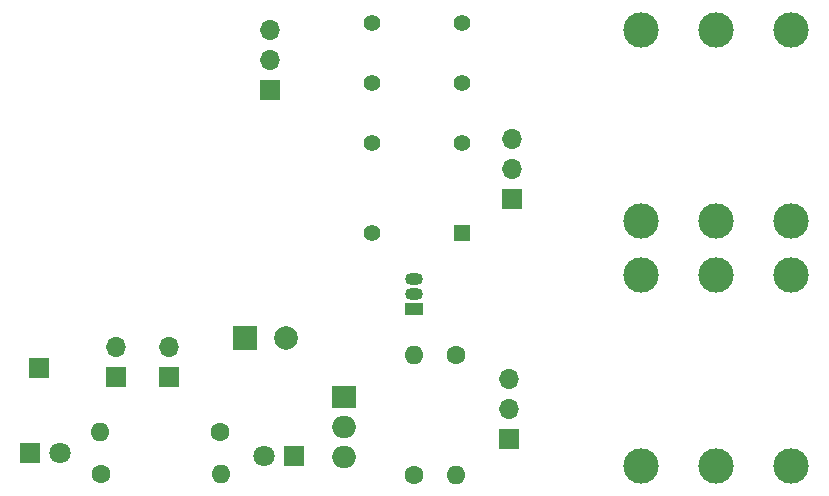
<source format=gbr>
%TF.GenerationSoftware,KiCad,Pcbnew,7.0.9*%
%TF.CreationDate,2023-12-28T12:30:11-05:00*%
%TF.ProjectId,IO,494f2e6b-6963-4616-945f-706362585858,rev?*%
%TF.SameCoordinates,Original*%
%TF.FileFunction,Soldermask,Top*%
%TF.FilePolarity,Negative*%
%FSLAX46Y46*%
G04 Gerber Fmt 4.6, Leading zero omitted, Abs format (unit mm)*
G04 Created by KiCad (PCBNEW 7.0.9) date 2023-12-28 12:30:11*
%MOMM*%
%LPD*%
G01*
G04 APERTURE LIST*
%ADD10C,3.000000*%
%ADD11C,1.600000*%
%ADD12O,1.600000X1.600000*%
%ADD13R,1.500000X1.050000*%
%ADD14O,1.500000X1.050000*%
%ADD15R,1.800000X1.800000*%
%ADD16C,1.800000*%
%ADD17R,1.700000X1.700000*%
%ADD18O,1.700000X1.700000*%
%ADD19R,1.400000X1.400000*%
%ADD20C,1.400000*%
%ADD21R,2.000000X2.000000*%
%ADD22C,2.000000*%
%ADD23R,2.000000X1.905000*%
%ADD24O,2.000000X1.905000*%
G04 APERTURE END LIST*
D10*
%TO.C,B1*%
X175825000Y-80385000D03*
X175825000Y-96615000D03*
X182175000Y-80385000D03*
X182175000Y-96615000D03*
X169475000Y-80385000D03*
X169475000Y-96615000D03*
%TD*%
D11*
%TO.C,R7*%
X153750000Y-107920000D03*
D12*
X153750000Y-118080000D03*
%TD*%
D13*
%TO.C,QL1*%
X150250000Y-104040000D03*
D14*
X150250000Y-102770000D03*
X150250000Y-101500000D03*
%TD*%
D15*
%TO.C,LEDB1*%
X117750000Y-116250000D03*
D16*
X120290000Y-116250000D03*
%TD*%
D17*
%TO.C,Out3*%
X158500000Y-94750000D03*
D18*
X158500000Y-92210000D03*
X158500000Y-89670000D03*
%TD*%
D17*
%TO.C,J3*%
X125000000Y-109775000D03*
D18*
X125000000Y-107235000D03*
%TD*%
D11*
%TO.C,RLed2*%
X123750000Y-118000000D03*
D12*
X133910000Y-118000000D03*
%TD*%
D10*
%TO.C,A1*%
X175825000Y-101135000D03*
X175825000Y-117365000D03*
X182175000Y-101135000D03*
X182175000Y-117365000D03*
X169475000Y-101135000D03*
X169475000Y-117365000D03*
%TD*%
D17*
%TO.C,Out2*%
X158250000Y-115040000D03*
D18*
X158250000Y-112500000D03*
X158250000Y-109960000D03*
%TD*%
D11*
%TO.C,RLed1*%
X133830000Y-114500000D03*
D12*
X123670000Y-114500000D03*
%TD*%
D19*
%TO.C,Left/Mono1*%
X154262500Y-97607500D03*
D20*
X154262500Y-89987500D03*
X154262500Y-84907500D03*
X154262500Y-79827500D03*
X146642500Y-79827500D03*
X146642500Y-84907500D03*
X146642500Y-89987500D03*
X146642500Y-97607500D03*
%TD*%
D21*
%TO.C,C1*%
X135882323Y-106500000D03*
D22*
X139382323Y-106500000D03*
%TD*%
D23*
%TO.C,U1*%
X144305000Y-111460000D03*
D24*
X144305000Y-114000000D03*
X144305000Y-116540000D03*
%TD*%
D17*
%TO.C,J1*%
X118500000Y-109025000D03*
%TD*%
D11*
%TO.C,R6*%
X150250000Y-118080000D03*
D12*
X150250000Y-107920000D03*
%TD*%
D15*
%TO.C,D2*%
X140040000Y-116500000D03*
D16*
X137500000Y-116500000D03*
%TD*%
D17*
%TO.C,J2*%
X129500000Y-109775000D03*
D18*
X129500000Y-107235000D03*
%TD*%
D17*
%TO.C,Out1*%
X138000000Y-85525000D03*
D18*
X138000000Y-82985000D03*
X138000000Y-80445000D03*
%TD*%
M02*

</source>
